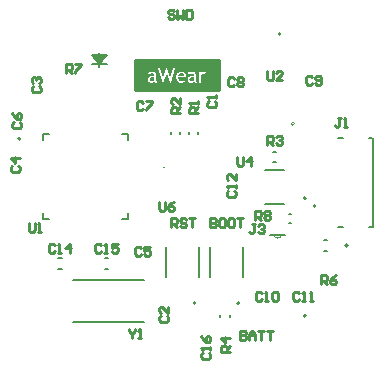
<source format=gbr>
G04*
G04 #@! TF.GenerationSoftware,Altium Limited,Altium Designer,23.3.1 (30)*
G04*
G04 Layer_Color=65535*
%FSLAX44Y44*%
%MOMM*%
G71*
G04*
G04 #@! TF.SameCoordinates,607B9DED-B9D6-4049-9DE7-3198A38A4F88*
G04*
G04*
G04 #@! TF.FilePolarity,Positive*
G04*
G01*
G75*
%ADD10C,0.2000*%
%ADD11C,0.0000*%
%ADD12C,0.1000*%
%ADD13C,0.1270*%
%ADD14C,0.2540*%
%ADD15C,0.1524*%
G36*
X285283Y332018D02*
X214428D01*
Y357418D01*
X285283D01*
Y332018D01*
D02*
G37*
%LPC*%
G36*
X273237Y347856D02*
X273050D01*
X272730Y347838D01*
X272429Y347781D01*
X272166Y347706D01*
X271903Y347593D01*
X271659Y347481D01*
X271452Y347349D01*
X271245Y347199D01*
X271076Y347048D01*
X270926Y346879D01*
X270794Y346748D01*
X270681Y346597D01*
X270587Y346484D01*
X270512Y346372D01*
X270456Y346296D01*
X270437Y346240D01*
X270418Y346221D01*
Y347687D01*
X268802D01*
Y338553D01*
X270418D01*
Y343778D01*
X270437Y344173D01*
X270512Y344548D01*
X270625Y344868D01*
X270738Y345150D01*
X270850Y345375D01*
X270963Y345545D01*
X271038Y345639D01*
X271057Y345676D01*
X271189Y345826D01*
X271301Y345939D01*
X271565Y346146D01*
X271809Y346296D01*
X272053Y346390D01*
X272260Y346447D01*
X272410Y346466D01*
X272523Y346484D01*
X272561D01*
X272768Y346466D01*
X272955Y346428D01*
X273144Y346372D01*
X273294Y346296D01*
X273444Y346221D01*
X273538Y346165D01*
X273613Y346127D01*
X273632Y346109D01*
X274309Y347687D01*
X274027Y347744D01*
X273764Y347781D01*
X273538Y347819D01*
X273369Y347838D01*
X273237Y347856D01*
D02*
G37*
G36*
X262505D02*
X262317D01*
X262035Y347838D01*
X261753Y347819D01*
X261490Y347762D01*
X261246Y347725D01*
X261039Y347668D01*
X260889Y347612D01*
X260776Y347593D01*
X260757Y347575D01*
X260738D01*
X260456Y347481D01*
X260193Y347368D01*
X259986Y347255D01*
X259798Y347161D01*
X259667Y347067D01*
X259554Y346992D01*
X259498Y346954D01*
X259479Y346936D01*
X260155Y345582D01*
X260325Y345733D01*
X260494Y345864D01*
X260870Y346052D01*
X261264Y346203D01*
X261640Y346315D01*
X261979Y346372D01*
X262129Y346390D01*
X262261D01*
X262355Y346409D01*
X262505D01*
X262862Y346390D01*
X263163Y346315D01*
X263445Y346203D01*
X263670Y346071D01*
X263858Y345902D01*
X264027Y345714D01*
X264159Y345507D01*
X264272Y345300D01*
X264347Y345093D01*
X264403Y344887D01*
X264460Y344699D01*
X264478Y344530D01*
X264497Y344398D01*
X264516Y344285D01*
Y344210D01*
Y344191D01*
X264272Y344267D01*
X264046Y344323D01*
X263858Y344360D01*
X263670Y344398D01*
X263539D01*
X263426Y344417D01*
X263332D01*
X262994Y344398D01*
X262655Y344379D01*
X262054Y344267D01*
X261772Y344191D01*
X261528Y344116D01*
X261283Y344022D01*
X261076Y343928D01*
X260889Y343834D01*
X260719Y343740D01*
X260569Y343665D01*
X260456Y343590D01*
X260362Y343533D01*
X260287Y343477D01*
X260249Y343458D01*
X260231Y343439D01*
X260024Y343251D01*
X259836Y343064D01*
X259667Y342876D01*
X259516Y342669D01*
X259404Y342462D01*
X259310Y342274D01*
X259159Y341898D01*
X259065Y341579D01*
X259046Y341447D01*
X259028Y341315D01*
X259009Y341222D01*
Y341090D01*
X259046Y340676D01*
X259140Y340300D01*
X259253Y339981D01*
X259404Y339699D01*
X259554Y339473D01*
X259667Y339304D01*
X259761Y339192D01*
X259798Y339154D01*
X260099Y338891D01*
X260419Y338703D01*
X260738Y338571D01*
X261020Y338477D01*
X261283Y338421D01*
X261471Y338402D01*
X261546Y338383D01*
X261659D01*
X262035Y338402D01*
X262373Y338440D01*
X262693Y338496D01*
X262994Y338571D01*
X263257Y338665D01*
X263501Y338778D01*
X263727Y338872D01*
X263933Y339004D01*
X264103Y339116D01*
X264253Y339210D01*
X264384Y339323D01*
X264478Y339417D01*
X264573Y339492D01*
X264629Y339549D01*
X264648Y339586D01*
X264667Y339605D01*
X264760Y339380D01*
X264854Y339173D01*
X264986Y339022D01*
X265099Y338891D01*
X265193Y338797D01*
X265287Y338722D01*
X265343Y338684D01*
X265362Y338665D01*
X265569Y338571D01*
X265794Y338496D01*
X266039Y338459D01*
X266283Y338421D01*
X266509Y338402D01*
X266678Y338383D01*
X266847D01*
Y339192D01*
X266715Y339267D01*
X266602Y339380D01*
X266433Y339605D01*
X266302Y339868D01*
X266227Y340131D01*
X266170Y340395D01*
X266151Y340601D01*
X266133Y340676D01*
Y340733D01*
Y340770D01*
Y340789D01*
Y344060D01*
X266114Y344417D01*
X266095Y344755D01*
X266057Y345056D01*
X265982Y345338D01*
X265926Y345601D01*
X265851Y345845D01*
X265757Y346052D01*
X265681Y346240D01*
X265588Y346409D01*
X265512Y346541D01*
X265418Y346672D01*
X265362Y346766D01*
X265306Y346842D01*
X265249Y346898D01*
X265230Y346917D01*
X265212Y346936D01*
X265024Y347105D01*
X264836Y347236D01*
X264610Y347368D01*
X264384Y347462D01*
X263896Y347631D01*
X263426Y347744D01*
X263200Y347781D01*
X262994Y347800D01*
X262806Y347838D01*
X262637D01*
X262505Y347856D01*
D02*
G37*
G36*
X228898D02*
X228710D01*
X228428Y347838D01*
X228146Y347819D01*
X227883Y347762D01*
X227638Y347725D01*
X227432Y347668D01*
X227281Y347612D01*
X227169Y347593D01*
X227150Y347575D01*
X227131D01*
X226849Y347481D01*
X226586Y347368D01*
X226379Y347255D01*
X226191Y347161D01*
X226059Y347067D01*
X225947Y346992D01*
X225890Y346954D01*
X225872Y346936D01*
X226548Y345582D01*
X226717Y345733D01*
X226887Y345864D01*
X227262Y346052D01*
X227657Y346203D01*
X228033Y346315D01*
X228371Y346372D01*
X228522Y346390D01*
X228653D01*
X228747Y346409D01*
X228898D01*
X229255Y346390D01*
X229555Y346315D01*
X229837Y346203D01*
X230063Y346071D01*
X230251Y345902D01*
X230420Y345714D01*
X230552Y345507D01*
X230665Y345300D01*
X230740Y345093D01*
X230796Y344887D01*
X230853Y344699D01*
X230871Y344530D01*
X230890Y344398D01*
X230909Y344285D01*
Y344210D01*
Y344191D01*
X230665Y344267D01*
X230439Y344323D01*
X230251Y344360D01*
X230063Y344398D01*
X229932D01*
X229819Y344417D01*
X229725D01*
X229386Y344398D01*
X229048Y344379D01*
X228447Y344267D01*
X228165Y344191D01*
X227920Y344116D01*
X227676Y344022D01*
X227469Y343928D01*
X227281Y343834D01*
X227112Y343740D01*
X226962Y343665D01*
X226849Y343590D01*
X226755Y343533D01*
X226680Y343477D01*
X226642Y343458D01*
X226623Y343439D01*
X226417Y343251D01*
X226229Y343064D01*
X226059Y342876D01*
X225909Y342669D01*
X225796Y342462D01*
X225702Y342274D01*
X225552Y341898D01*
X225458Y341579D01*
X225439Y341447D01*
X225420Y341315D01*
X225402Y341222D01*
Y341090D01*
X225439Y340676D01*
X225533Y340300D01*
X225646Y339981D01*
X225796Y339699D01*
X225947Y339473D01*
X226059Y339304D01*
X226154Y339192D01*
X226191Y339154D01*
X226492Y338891D01*
X226811Y338703D01*
X227131Y338571D01*
X227413Y338477D01*
X227676Y338421D01*
X227864Y338402D01*
X227939Y338383D01*
X228052D01*
X228428Y338402D01*
X228766Y338440D01*
X229086Y338496D01*
X229386Y338571D01*
X229650Y338665D01*
X229894Y338778D01*
X230119Y338872D01*
X230326Y339004D01*
X230495Y339116D01*
X230646Y339210D01*
X230777Y339323D01*
X230871Y339417D01*
X230965Y339492D01*
X231022Y339549D01*
X231040Y339586D01*
X231059Y339605D01*
X231153Y339380D01*
X231247Y339173D01*
X231379Y339022D01*
X231492Y338891D01*
X231586Y338797D01*
X231679Y338722D01*
X231736Y338684D01*
X231755Y338665D01*
X231961Y338571D01*
X232187Y338496D01*
X232431Y338459D01*
X232676Y338421D01*
X232901Y338402D01*
X233070Y338383D01*
X233240D01*
Y339192D01*
X233108Y339267D01*
X232995Y339380D01*
X232826Y339605D01*
X232694Y339868D01*
X232619Y340131D01*
X232563Y340395D01*
X232544Y340601D01*
X232525Y340676D01*
Y340733D01*
Y340770D01*
Y340789D01*
Y344060D01*
X232507Y344417D01*
X232488Y344755D01*
X232450Y345056D01*
X232375Y345338D01*
X232319Y345601D01*
X232243Y345845D01*
X232149Y346052D01*
X232074Y346240D01*
X231980Y346409D01*
X231905Y346541D01*
X231811Y346672D01*
X231755Y346766D01*
X231698Y346842D01*
X231642Y346898D01*
X231623Y346917D01*
X231604Y346936D01*
X231416Y347105D01*
X231228Y347236D01*
X231003Y347368D01*
X230777Y347462D01*
X230289Y347631D01*
X229819Y347744D01*
X229593Y347781D01*
X229386Y347800D01*
X229198Y347838D01*
X229029D01*
X228898Y347856D01*
D02*
G37*
G36*
X248709Y351052D02*
X246942D01*
X244367Y342349D01*
X241660Y351052D01*
X241059D01*
X238314Y342331D01*
X235796Y351052D01*
X234029D01*
X237976Y338383D01*
X238521D01*
X241284Y346992D01*
X244273Y338383D01*
X244818D01*
X248709Y351052D01*
D02*
G37*
G36*
X253821Y347856D02*
X253633D01*
X253333Y347838D01*
X253032Y347800D01*
X252750Y347744D01*
X252468Y347668D01*
X251979Y347462D01*
X251754Y347368D01*
X251566Y347255D01*
X251378Y347123D01*
X251208Y347029D01*
X251077Y346917D01*
X250964Y346823D01*
X250870Y346748D01*
X250795Y346691D01*
X250757Y346654D01*
X250739Y346635D01*
X250494Y346372D01*
X250287Y346090D01*
X250100Y345789D01*
X249949Y345488D01*
X249818Y345187D01*
X249705Y344887D01*
X249611Y344586D01*
X249536Y344304D01*
X249479Y344041D01*
X249442Y343797D01*
X249404Y343571D01*
X249385Y343383D01*
Y343233D01*
X249366Y343101D01*
Y343007D01*
X249385Y342612D01*
X249423Y342237D01*
X249498Y341879D01*
X249573Y341541D01*
X249667Y341240D01*
X249780Y340958D01*
X249912Y340695D01*
X250043Y340470D01*
X250156Y340244D01*
X250287Y340075D01*
X250400Y339906D01*
X250494Y339774D01*
X250569Y339680D01*
X250645Y339605D01*
X250682Y339567D01*
X250701Y339549D01*
X250927Y339342D01*
X251171Y339173D01*
X251415Y339004D01*
X251660Y338872D01*
X251904Y338759D01*
X252148Y338665D01*
X252618Y338534D01*
X252825Y338477D01*
X253013Y338440D01*
X253182Y338421D01*
X253333Y338402D01*
X253445Y338383D01*
X253614D01*
X254047Y338402D01*
X254460Y338440D01*
X254836Y338496D01*
X255156Y338571D01*
X255419Y338628D01*
X255607Y338684D01*
X255682Y338703D01*
X255738Y338722D01*
X255757Y338740D01*
X255776D01*
X256058Y338853D01*
X256283Y338947D01*
X256490Y339060D01*
X256659Y339173D01*
X256772Y339267D01*
X256866Y339342D01*
X256922Y339380D01*
X256941Y339398D01*
X256246Y340564D01*
X256077Y340413D01*
X255889Y340300D01*
X255494Y340094D01*
X255118Y339962D01*
X254742Y339849D01*
X254423Y339793D01*
X254291Y339774D01*
X254160D01*
X254065Y339755D01*
X253934D01*
X253502Y339793D01*
X253107Y339868D01*
X252769Y339981D01*
X252487Y340131D01*
X252242Y340263D01*
X252073Y340376D01*
X251979Y340451D01*
X251942Y340489D01*
X251791Y340658D01*
X251660Y340846D01*
X251434Y341240D01*
X251284Y341654D01*
X251190Y342048D01*
X251115Y342406D01*
X251096Y342575D01*
Y342706D01*
X251077Y342819D01*
Y342894D01*
Y342951D01*
Y342970D01*
X257656D01*
X257731Y343308D01*
X257750Y343477D01*
X257768Y343627D01*
X257787Y343759D01*
Y343947D01*
X257768Y344267D01*
X257750Y344567D01*
X257693Y344849D01*
X257618Y345131D01*
X257543Y345375D01*
X257449Y345601D01*
X257336Y345808D01*
X257242Y345996D01*
X257148Y346165D01*
X257035Y346315D01*
X256941Y346447D01*
X256866Y346560D01*
X256791Y346635D01*
X256753Y346691D01*
X256716Y346729D01*
X256697Y346748D01*
X256471Y346936D01*
X256246Y347123D01*
X256001Y347255D01*
X255757Y347387D01*
X255494Y347499D01*
X255250Y347593D01*
X254742Y347725D01*
X254517Y347762D01*
X254310Y347800D01*
X254122Y347819D01*
X253953Y347838D01*
X253821Y347856D01*
D02*
G37*
%LPD*%
G36*
X263727Y343195D02*
X264084Y343139D01*
X264253Y343101D01*
X264384Y343064D01*
X264478Y343045D01*
X264516D01*
Y340827D01*
X264328Y340620D01*
X264140Y340451D01*
X263952Y340282D01*
X263764Y340150D01*
X263576Y340037D01*
X263407Y339943D01*
X263050Y339812D01*
X262768Y339718D01*
X262637Y339699D01*
X262524Y339680D01*
X262430Y339661D01*
X262317D01*
X262016Y339680D01*
X261753Y339718D01*
X261528Y339793D01*
X261340Y339887D01*
X261170Y339981D01*
X261039Y340113D01*
X260926Y340244D01*
X260832Y340376D01*
X260776Y340507D01*
X260719Y340620D01*
X260644Y340846D01*
Y340940D01*
X260625Y341015D01*
Y341052D01*
Y341071D01*
X260663Y341391D01*
X260738Y341673D01*
X260870Y341936D01*
X261020Y342142D01*
X261152Y342331D01*
X261283Y342462D01*
X261358Y342537D01*
X261396Y342575D01*
X261716Y342782D01*
X262054Y342951D01*
X262392Y343064D01*
X262712Y343139D01*
X262994Y343176D01*
X263106Y343195D01*
X263219Y343214D01*
X263557D01*
X263727Y343195D01*
D02*
G37*
G36*
X230119D02*
X230477Y343139D01*
X230646Y343101D01*
X230777Y343064D01*
X230871Y343045D01*
X230909D01*
Y340827D01*
X230721Y340620D01*
X230533Y340451D01*
X230345Y340282D01*
X230157Y340150D01*
X229969Y340037D01*
X229800Y339943D01*
X229443Y339812D01*
X229161Y339718D01*
X229029Y339699D01*
X228916Y339680D01*
X228822Y339661D01*
X228710D01*
X228409Y339680D01*
X228146Y339718D01*
X227920Y339793D01*
X227732Y339887D01*
X227563Y339981D01*
X227432Y340113D01*
X227319Y340244D01*
X227225Y340376D01*
X227169Y340507D01*
X227112Y340620D01*
X227037Y340846D01*
Y340940D01*
X227018Y341015D01*
Y341052D01*
Y341071D01*
X227056Y341391D01*
X227131Y341673D01*
X227262Y341936D01*
X227413Y342142D01*
X227544Y342331D01*
X227676Y342462D01*
X227751Y342537D01*
X227789Y342575D01*
X228108Y342782D01*
X228447Y342951D01*
X228785Y343064D01*
X229104Y343139D01*
X229386Y343176D01*
X229499Y343195D01*
X229612Y343214D01*
X229950D01*
X230119Y343195D01*
D02*
G37*
G36*
X254122Y346447D02*
X254498Y346372D01*
X254799Y346259D01*
X255062Y346127D01*
X255268Y345996D01*
X255419Y345883D01*
X255513Y345808D01*
X255550Y345770D01*
X255757Y345507D01*
X255907Y345244D01*
X256020Y344962D01*
X256096Y344718D01*
X256133Y344492D01*
X256171Y344323D01*
Y344191D01*
Y344173D01*
Y344154D01*
X251115D01*
X251171Y344511D01*
X251265Y344830D01*
X251397Y345093D01*
X251547Y345338D01*
X251678Y345526D01*
X251791Y345676D01*
X251866Y345751D01*
X251904Y345789D01*
X252186Y346015D01*
X252487Y346184D01*
X252806Y346315D01*
X253088Y346390D01*
X253333Y346447D01*
X253539Y346466D01*
X253614Y346484D01*
X253708D01*
X254122Y346447D01*
D02*
G37*
D10*
X117720Y291080D02*
G03*
X117720Y291080I-1000J0D01*
G01*
X359290Y140970D02*
G03*
X359290Y140970I-1000J0D01*
G01*
X359240Y240690D02*
G03*
X359240Y240690I-1000J0D01*
G01*
X394570Y200660D02*
G03*
X394570Y200660I-1000J0D01*
G01*
X303100Y151690D02*
G03*
X303100Y151690I-1000J0D01*
G01*
X265861Y151770D02*
G03*
X265861Y151770I-1000J0D01*
G01*
X367400Y234000D02*
G03*
X367400Y234000I-1000J0D01*
G01*
X337700Y379730D02*
G03*
X337700Y379730I-1000J0D01*
G01*
D11*
X349640Y303610D02*
G03*
X349640Y303610I-1500J0D01*
G01*
X332232Y209804D02*
G03*
X338328Y209804I3048J0D01*
G01*
D12*
X239500Y267000D02*
G03*
X239500Y267000I-500J0D01*
G01*
D13*
X136720Y223080D02*
Y228380D01*
Y289780D02*
Y295080D01*
X203420D02*
X208720D01*
Y223080D02*
Y228380D01*
X136720Y223080D02*
X142020D01*
X203420D02*
X208720D01*
Y289780D02*
Y295080D01*
X136720D02*
X142020D01*
X324610Y235560D02*
X340870D01*
X324610Y264820D02*
X340870D01*
X374820Y196160D02*
X377020D01*
X374820Y205160D02*
X377020D01*
X278100Y173825D02*
Y199555D01*
X306100Y173825D02*
Y199555D01*
X240861Y173905D02*
Y199635D01*
X268861Y173905D02*
Y199635D01*
X344640Y219520D02*
X346240D01*
X344640Y227520D02*
X346240D01*
X260160Y295110D02*
Y296710D01*
X268160Y295110D02*
Y296710D01*
X244920Y295110D02*
Y296710D01*
X252920Y295110D02*
Y296710D01*
X295330Y139870D02*
Y142070D01*
X286330Y139870D02*
Y142070D01*
X412400Y292000D02*
X415400D01*
X412400Y216000D02*
X415400D01*
X386400Y292000D02*
X390400D01*
X386400Y216000D02*
X390400D01*
X415900D02*
Y292000D01*
X331640Y280090D02*
X333840D01*
X331640Y271090D02*
X333840D01*
X161770Y171170D02*
X221770D01*
X161770Y136170D02*
X221770D01*
X189000Y189920D02*
X192000D01*
X189000Y180920D02*
X192000D01*
X149630D02*
X152630D01*
X149630Y189920D02*
X152630D01*
D14*
X214295Y332018D02*
Y357418D01*
X285415D01*
Y332018D02*
Y357418D01*
X214295Y332018D02*
X285415D01*
X303535Y128269D02*
Y120651D01*
X307343D01*
X308613Y121921D01*
Y123190D01*
X307343Y124460D01*
X303535D01*
X307343D01*
X308613Y125730D01*
Y126999D01*
X307343Y128269D01*
X303535D01*
X311152Y120651D02*
Y125730D01*
X313691Y128269D01*
X316230Y125730D01*
Y120651D01*
Y124460D01*
X311152D01*
X318770Y128269D02*
X323848D01*
X321309D01*
Y120651D01*
X326387Y128269D02*
X331465D01*
X328926D01*
Y120651D01*
X300992Y275589D02*
Y269241D01*
X302262Y267971D01*
X304801D01*
X306070Y269241D01*
Y275589D01*
X312418Y267971D02*
Y275589D01*
X308610Y271780D01*
X313688D01*
X326392Y347979D02*
Y341631D01*
X327662Y340361D01*
X330201D01*
X331470Y341631D01*
Y347979D01*
X339088Y340361D02*
X334010D01*
X339088Y345440D01*
Y346709D01*
X337818Y347979D01*
X335279D01*
X334010Y346709D01*
X245113Y215901D02*
Y223519D01*
X248922D01*
X250192Y222249D01*
Y219710D01*
X248922Y218440D01*
X245113D01*
X247652D02*
X250192Y215901D01*
X257809Y222249D02*
X256540Y223519D01*
X254000D01*
X252731Y222249D01*
Y220980D01*
X254000Y219710D01*
X256540D01*
X257809Y218440D01*
Y217171D01*
X256540Y215901D01*
X254000D01*
X252731Y217171D01*
X260348Y223519D02*
X265427D01*
X262888D01*
Y215901D01*
X316232Y222251D02*
Y229869D01*
X320041D01*
X321310Y228599D01*
Y226060D01*
X320041Y224790D01*
X316232D01*
X318771D02*
X321310Y222251D01*
X323850Y228599D02*
X325119Y229869D01*
X327658D01*
X328928Y228599D01*
Y227330D01*
X327658Y226060D01*
X328928Y224790D01*
Y223521D01*
X327658Y222251D01*
X325119D01*
X323850Y223521D01*
Y224790D01*
X325119Y226060D01*
X323850Y227330D01*
Y228599D01*
X325119Y226060D02*
X327658D01*
X156212Y346711D02*
Y354329D01*
X160021D01*
X161290Y353059D01*
Y350520D01*
X160021Y349250D01*
X156212D01*
X158751D02*
X161290Y346711D01*
X163830Y354329D02*
X168908D01*
Y353059D01*
X163830Y347981D01*
Y346711D01*
X372112Y167641D02*
Y175259D01*
X375921D01*
X377190Y173989D01*
Y171450D01*
X375921Y170180D01*
X372112D01*
X374651D02*
X377190Y167641D01*
X384808Y175259D02*
X382269Y173989D01*
X379730Y171450D01*
Y168911D01*
X380999Y167641D01*
X383538D01*
X384808Y168911D01*
Y170180D01*
X383538Y171450D01*
X379730D01*
X252729Y312422D02*
X245111D01*
Y316231D01*
X246381Y317500D01*
X248920D01*
X250189Y316231D01*
Y312422D01*
Y314961D02*
X252729Y317500D01*
Y325118D02*
Y320040D01*
X247650Y325118D01*
X246381D01*
X245111Y323848D01*
Y321309D01*
X246381Y320040D01*
X267969Y312422D02*
X260351D01*
Y316230D01*
X261621Y317500D01*
X264160D01*
X265430Y316230D01*
Y312422D01*
Y314961D02*
X267969Y317500D01*
Y320039D02*
Y322578D01*
Y321309D01*
X260351D01*
X261621Y320039D01*
X316230Y218439D02*
X313691D01*
X314961D01*
Y212091D01*
X313691Y210821D01*
X312422D01*
X311152Y212091D01*
X318770Y217169D02*
X320039Y218439D01*
X322578D01*
X323848Y217169D01*
Y215900D01*
X322578Y214630D01*
X321309D01*
X322578D01*
X323848Y213360D01*
Y212091D01*
X322578Y210821D01*
X320039D01*
X318770Y212091D01*
X353696Y160019D02*
X352426Y161289D01*
X349887D01*
X348618Y160019D01*
Y154941D01*
X349887Y153671D01*
X352426D01*
X353696Y154941D01*
X356235Y153671D02*
X358774D01*
X357505D01*
Y161289D01*
X356235Y160019D01*
X362583Y153671D02*
X365122D01*
X363853D01*
Y161289D01*
X362583Y160019D01*
X321946D02*
X320677Y161289D01*
X318138D01*
X316868Y160019D01*
Y154941D01*
X318138Y153671D01*
X320677D01*
X321946Y154941D01*
X324486Y153671D02*
X327025D01*
X325755D01*
Y161289D01*
X324486Y160019D01*
X330834D02*
X332103Y161289D01*
X334642D01*
X335912Y160019D01*
Y154941D01*
X334642Y153671D01*
X332103D01*
X330834Y154941D01*
Y160019D01*
X364490Y342899D02*
X363221Y344169D01*
X360682D01*
X359412Y342899D01*
Y337821D01*
X360682Y336551D01*
X363221D01*
X364490Y337821D01*
X367030D02*
X368299Y336551D01*
X370838D01*
X372108Y337821D01*
Y342899D01*
X370838Y344169D01*
X368299D01*
X367030Y342899D01*
Y341630D01*
X368299Y340360D01*
X372108D01*
X298450Y341629D02*
X297181Y342899D01*
X294642D01*
X293372Y341629D01*
Y336551D01*
X294642Y335281D01*
X297181D01*
X298450Y336551D01*
X300990Y341629D02*
X302259Y342899D01*
X304798D01*
X306068Y341629D01*
Y340360D01*
X304798Y339090D01*
X306068Y337820D01*
Y336551D01*
X304798Y335281D01*
X302259D01*
X300990Y336551D01*
Y337820D01*
X302259Y339090D01*
X300990Y340360D01*
Y341629D01*
X302259Y339090D02*
X304798D01*
X220980Y321309D02*
X219711Y322579D01*
X217172D01*
X215902Y321309D01*
Y316231D01*
X217172Y314961D01*
X219711D01*
X220980Y316231D01*
X223520Y322579D02*
X228598D01*
Y321309D01*
X223520Y316231D01*
Y314961D01*
X111761Y304800D02*
X110491Y303531D01*
Y300992D01*
X111761Y299722D01*
X116839D01*
X118109Y300992D01*
Y303531D01*
X116839Y304800D01*
X110491Y312418D02*
X111761Y309879D01*
X114300Y307340D01*
X116839D01*
X118109Y308609D01*
Y311148D01*
X116839Y312418D01*
X115569D01*
X114300Y311148D01*
Y307340D01*
X219710Y198119D02*
X218441Y199389D01*
X215902D01*
X214632Y198119D01*
Y193041D01*
X215902Y191771D01*
X218441D01*
X219710Y193041D01*
X227328Y199389D02*
X222250D01*
Y195580D01*
X224789Y196850D01*
X226058D01*
X227328Y195580D01*
Y193041D01*
X226058Y191771D01*
X223519D01*
X222250Y193041D01*
X110491Y267970D02*
X109221Y266701D01*
Y264162D01*
X110491Y262892D01*
X115569D01*
X116839Y264162D01*
Y266701D01*
X115569Y267970D01*
X116839Y274318D02*
X109221D01*
X113030Y270510D01*
Y275588D01*
X128271Y335280D02*
X127001Y334011D01*
Y331472D01*
X128271Y330202D01*
X133349D01*
X134619Y331472D01*
Y334011D01*
X133349Y335280D01*
X128271Y337820D02*
X127001Y339089D01*
Y341628D01*
X128271Y342898D01*
X129540D01*
X130810Y341628D01*
Y340359D01*
Y341628D01*
X132080Y342898D01*
X133349D01*
X134619Y341628D01*
Y339089D01*
X133349Y337820D01*
X236221Y140970D02*
X234951Y139701D01*
Y137162D01*
X236221Y135892D01*
X241299D01*
X242569Y137162D01*
Y139701D01*
X241299Y140970D01*
X242569Y148588D02*
Y143510D01*
X237490Y148588D01*
X236221D01*
X234951Y147318D01*
Y144779D01*
X236221Y143510D01*
X294639Y110492D02*
X287021D01*
Y114301D01*
X288291Y115570D01*
X290830D01*
X292099Y114301D01*
Y110492D01*
Y113031D02*
X294639Y115570D01*
Y121918D02*
X287021D01*
X290830Y118110D01*
Y123188D01*
X271781Y109856D02*
X270511Y108587D01*
Y106048D01*
X271781Y104778D01*
X276859D01*
X278129Y106048D01*
Y108587D01*
X276859Y109856D01*
X278129Y112396D02*
Y114935D01*
Y113665D01*
X270511D01*
X271781Y112396D01*
X270511Y123822D02*
X271781Y121283D01*
X274320Y118744D01*
X276859D01*
X278129Y120013D01*
Y122552D01*
X276859Y123822D01*
X275590D01*
X274320Y122552D01*
Y118744D01*
X293371Y247016D02*
X292101Y245747D01*
Y243208D01*
X293371Y241938D01*
X298449D01*
X299719Y243208D01*
Y245747D01*
X298449Y247016D01*
X299719Y249556D02*
Y252095D01*
Y250825D01*
X292101D01*
X293371Y249556D01*
X299719Y260982D02*
Y255904D01*
X294640Y260982D01*
X293371D01*
X292101Y259712D01*
Y257173D01*
X293371Y255904D01*
X234952Y237489D02*
Y231141D01*
X236222Y229871D01*
X238761D01*
X240030Y231141D01*
Y237489D01*
X247648D02*
X245109Y236219D01*
X242570Y233680D01*
Y231141D01*
X243839Y229871D01*
X246378D01*
X247648Y231141D01*
Y232410D01*
X246378Y233680D01*
X242570D01*
X388620Y308609D02*
X386081D01*
X387350D01*
Y302261D01*
X386081Y300991D01*
X384811D01*
X383542Y302261D01*
X391159Y300991D02*
X393698D01*
X392429D01*
Y308609D01*
X391159Y307339D01*
X326392Y285751D02*
Y293369D01*
X330201D01*
X331470Y292099D01*
Y289560D01*
X330201Y288290D01*
X326392D01*
X328931D02*
X331470Y285751D01*
X334010Y292099D02*
X335279Y293369D01*
X337818D01*
X339088Y292099D01*
Y290830D01*
X337818Y289560D01*
X336549D01*
X337818D01*
X339088Y288290D01*
Y287021D01*
X337818Y285751D01*
X335279D01*
X334010Y287021D01*
X276861Y322580D02*
X275591Y321310D01*
Y318771D01*
X276861Y317502D01*
X281939D01*
X283209Y318771D01*
Y321310D01*
X281939Y322580D01*
X283209Y325119D02*
Y327658D01*
Y326389D01*
X275591D01*
X276861Y325119D01*
X209552Y129539D02*
Y128269D01*
X212091Y125730D01*
X214630Y128269D01*
Y129539D01*
X212091Y125730D02*
Y121921D01*
X217169D02*
X219708D01*
X218439D01*
Y129539D01*
X217169Y128269D01*
X124462Y219709D02*
Y213361D01*
X125731Y212091D01*
X128270D01*
X129540Y213361D01*
Y219709D01*
X132079Y212091D02*
X134618D01*
X133349D01*
Y219709D01*
X132079Y218439D01*
X247652Y398779D02*
X246382Y400049D01*
X243843D01*
X242573Y398779D01*
Y397510D01*
X243843Y396240D01*
X246382D01*
X247652Y394970D01*
Y393701D01*
X246382Y392431D01*
X243843D01*
X242573Y393701D01*
X250191Y400049D02*
Y392431D01*
X252730Y394970D01*
X255269Y392431D01*
Y400049D01*
X257808D02*
Y392431D01*
X261617D01*
X262887Y393701D01*
Y398779D01*
X261617Y400049D01*
X257808D01*
X146686Y200659D02*
X145417Y201929D01*
X142878D01*
X141608Y200659D01*
Y195581D01*
X142878Y194311D01*
X145417D01*
X146686Y195581D01*
X149226Y194311D02*
X151765D01*
X150495D01*
Y201929D01*
X149226Y200659D01*
X159382Y194311D02*
Y201929D01*
X155574Y198120D01*
X160652D01*
X186056Y200659D02*
X184787Y201929D01*
X182248D01*
X180978Y200659D01*
Y195581D01*
X182248Y194311D01*
X184787D01*
X186056Y195581D01*
X188596Y194311D02*
X191135D01*
X189865D01*
Y201929D01*
X188596Y200659D01*
X200022Y201929D02*
X194944D01*
Y198120D01*
X197483Y199390D01*
X198752D01*
X200022Y198120D01*
Y195581D01*
X198752Y194311D01*
X196213D01*
X194944Y195581D01*
X278134Y223519D02*
Y215901D01*
X281943D01*
X283213Y217171D01*
Y218440D01*
X281943Y219710D01*
X278134D01*
X281943D01*
X283213Y220980D01*
Y222249D01*
X281943Y223519D01*
X278134D01*
X289561D02*
X287022D01*
X285752Y222249D01*
Y217171D01*
X287022Y215901D01*
X289561D01*
X290830Y217171D01*
Y222249D01*
X289561Y223519D01*
X297178D02*
X294639D01*
X293370Y222249D01*
Y217171D01*
X294639Y215901D01*
X297178D01*
X298448Y217171D01*
Y222249D01*
X297178Y223519D01*
X300987D02*
X306066D01*
X303526D01*
Y215901D01*
D15*
X184404Y354584D02*
Y363982D01*
Y352044D02*
Y354584D01*
X178054D02*
X184404D01*
X190754D01*
X178054Y362204D02*
X184404Y354584D01*
X179324Y362204D02*
X184404Y354584D01*
X180594Y362204D02*
X184404Y354584D01*
X181864Y362204D02*
X184404Y354584D01*
X183134Y362204D02*
X184404Y354584D01*
X190754Y362204D01*
X184404Y354584D02*
X189484Y362204D01*
X184404Y354584D02*
X188214Y362204D01*
X184404Y354584D02*
X186944Y362204D01*
X184404Y354584D02*
X185674Y362204D01*
X178054D02*
X190754D01*
X338328Y209804D02*
X341376D01*
X332232D02*
X338328D01*
X329184D02*
X332232D01*
M02*

</source>
